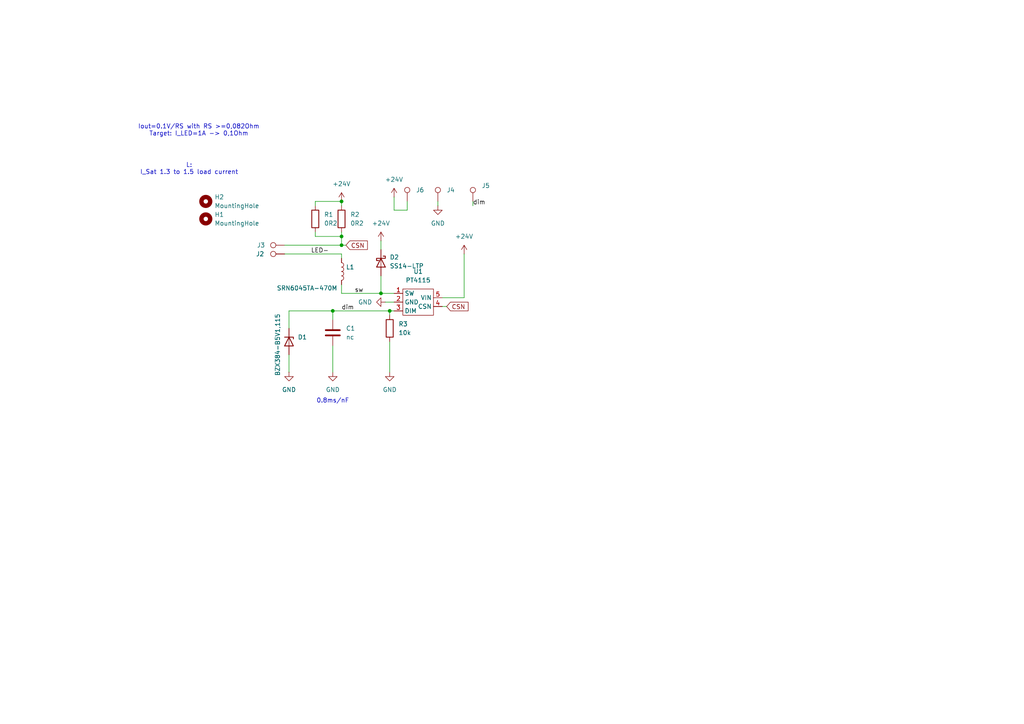
<source format=kicad_sch>
(kicad_sch
	(version 20231120)
	(generator "eeschema")
	(generator_version "8.0")
	(uuid "87f10cf2-52c0-425f-995f-616d6a96addb")
	(paper "A4")
	(lib_symbols
		(symbol "Device:C"
			(pin_numbers hide)
			(pin_names
				(offset 0.254)
			)
			(exclude_from_sim no)
			(in_bom yes)
			(on_board yes)
			(property "Reference" "C"
				(at 0.635 2.54 0)
				(effects
					(font
						(size 1.27 1.27)
					)
					(justify left)
				)
			)
			(property "Value" "C"
				(at 0.635 -2.54 0)
				(effects
					(font
						(size 1.27 1.27)
					)
					(justify left)
				)
			)
			(property "Footprint" ""
				(at 0.9652 -3.81 0)
				(effects
					(font
						(size 1.27 1.27)
					)
					(hide yes)
				)
			)
			(property "Datasheet" "~"
				(at 0 0 0)
				(effects
					(font
						(size 1.27 1.27)
					)
					(hide yes)
				)
			)
			(property "Description" "Unpolarized capacitor"
				(at 0 0 0)
				(effects
					(font
						(size 1.27 1.27)
					)
					(hide yes)
				)
			)
			(property "ki_keywords" "cap capacitor"
				(at 0 0 0)
				(effects
					(font
						(size 1.27 1.27)
					)
					(hide yes)
				)
			)
			(property "ki_fp_filters" "C_*"
				(at 0 0 0)
				(effects
					(font
						(size 1.27 1.27)
					)
					(hide yes)
				)
			)
			(symbol "C_0_1"
				(polyline
					(pts
						(xy -2.032 -0.762) (xy 2.032 -0.762)
					)
					(stroke
						(width 0.508)
						(type default)
					)
					(fill
						(type none)
					)
				)
				(polyline
					(pts
						(xy -2.032 0.762) (xy 2.032 0.762)
					)
					(stroke
						(width 0.508)
						(type default)
					)
					(fill
						(type none)
					)
				)
			)
			(symbol "C_1_1"
				(pin passive line
					(at 0 3.81 270)
					(length 2.794)
					(name "~"
						(effects
							(font
								(size 1.27 1.27)
							)
						)
					)
					(number "1"
						(effects
							(font
								(size 1.27 1.27)
							)
						)
					)
				)
				(pin passive line
					(at 0 -3.81 90)
					(length 2.794)
					(name "~"
						(effects
							(font
								(size 1.27 1.27)
							)
						)
					)
					(number "2"
						(effects
							(font
								(size 1.27 1.27)
							)
						)
					)
				)
			)
		)
		(symbol "Device:D_Schottky"
			(pin_numbers hide)
			(pin_names
				(offset 1.016) hide)
			(exclude_from_sim no)
			(in_bom yes)
			(on_board yes)
			(property "Reference" "D"
				(at 0 2.54 0)
				(effects
					(font
						(size 1.27 1.27)
					)
				)
			)
			(property "Value" "D_Schottky"
				(at 0 -2.54 0)
				(effects
					(font
						(size 1.27 1.27)
					)
				)
			)
			(property "Footprint" ""
				(at 0 0 0)
				(effects
					(font
						(size 1.27 1.27)
					)
					(hide yes)
				)
			)
			(property "Datasheet" "~"
				(at 0 0 0)
				(effects
					(font
						(size 1.27 1.27)
					)
					(hide yes)
				)
			)
			(property "Description" "Schottky diode"
				(at 0 0 0)
				(effects
					(font
						(size 1.27 1.27)
					)
					(hide yes)
				)
			)
			(property "ki_keywords" "diode Schottky"
				(at 0 0 0)
				(effects
					(font
						(size 1.27 1.27)
					)
					(hide yes)
				)
			)
			(property "ki_fp_filters" "TO-???* *_Diode_* *SingleDiode* D_*"
				(at 0 0 0)
				(effects
					(font
						(size 1.27 1.27)
					)
					(hide yes)
				)
			)
			(symbol "D_Schottky_0_1"
				(polyline
					(pts
						(xy 1.27 0) (xy -1.27 0)
					)
					(stroke
						(width 0)
						(type default)
					)
					(fill
						(type none)
					)
				)
				(polyline
					(pts
						(xy 1.27 1.27) (xy 1.27 -1.27) (xy -1.27 0) (xy 1.27 1.27)
					)
					(stroke
						(width 0.254)
						(type default)
					)
					(fill
						(type none)
					)
				)
				(polyline
					(pts
						(xy -1.905 0.635) (xy -1.905 1.27) (xy -1.27 1.27) (xy -1.27 -1.27) (xy -0.635 -1.27) (xy -0.635 -0.635)
					)
					(stroke
						(width 0.254)
						(type default)
					)
					(fill
						(type none)
					)
				)
			)
			(symbol "D_Schottky_1_1"
				(pin passive line
					(at -3.81 0 0)
					(length 2.54)
					(name "K"
						(effects
							(font
								(size 1.27 1.27)
							)
						)
					)
					(number "1"
						(effects
							(font
								(size 1.27 1.27)
							)
						)
					)
				)
				(pin passive line
					(at 3.81 0 180)
					(length 2.54)
					(name "A"
						(effects
							(font
								(size 1.27 1.27)
							)
						)
					)
					(number "2"
						(effects
							(font
								(size 1.27 1.27)
							)
						)
					)
				)
			)
		)
		(symbol "Device:D_Zener"
			(pin_numbers hide)
			(pin_names
				(offset 1.016) hide)
			(exclude_from_sim no)
			(in_bom yes)
			(on_board yes)
			(property "Reference" "D"
				(at 0 2.54 0)
				(effects
					(font
						(size 1.27 1.27)
					)
				)
			)
			(property "Value" "D_Zener"
				(at 0 -2.54 0)
				(effects
					(font
						(size 1.27 1.27)
					)
				)
			)
			(property "Footprint" ""
				(at 0 0 0)
				(effects
					(font
						(size 1.27 1.27)
					)
					(hide yes)
				)
			)
			(property "Datasheet" "~"
				(at 0 0 0)
				(effects
					(font
						(size 1.27 1.27)
					)
					(hide yes)
				)
			)
			(property "Description" "Zener diode"
				(at 0 0 0)
				(effects
					(font
						(size 1.27 1.27)
					)
					(hide yes)
				)
			)
			(property "ki_keywords" "diode"
				(at 0 0 0)
				(effects
					(font
						(size 1.27 1.27)
					)
					(hide yes)
				)
			)
			(property "ki_fp_filters" "TO-???* *_Diode_* *SingleDiode* D_*"
				(at 0 0 0)
				(effects
					(font
						(size 1.27 1.27)
					)
					(hide yes)
				)
			)
			(symbol "D_Zener_0_1"
				(polyline
					(pts
						(xy 1.27 0) (xy -1.27 0)
					)
					(stroke
						(width 0)
						(type default)
					)
					(fill
						(type none)
					)
				)
				(polyline
					(pts
						(xy -1.27 -1.27) (xy -1.27 1.27) (xy -0.762 1.27)
					)
					(stroke
						(width 0.254)
						(type default)
					)
					(fill
						(type none)
					)
				)
				(polyline
					(pts
						(xy 1.27 -1.27) (xy 1.27 1.27) (xy -1.27 0) (xy 1.27 -1.27)
					)
					(stroke
						(width 0.254)
						(type default)
					)
					(fill
						(type none)
					)
				)
			)
			(symbol "D_Zener_1_1"
				(pin passive line
					(at -3.81 0 0)
					(length 2.54)
					(name "K"
						(effects
							(font
								(size 1.27 1.27)
							)
						)
					)
					(number "1"
						(effects
							(font
								(size 1.27 1.27)
							)
						)
					)
				)
				(pin passive line
					(at 3.81 0 180)
					(length 2.54)
					(name "A"
						(effects
							(font
								(size 1.27 1.27)
							)
						)
					)
					(number "2"
						(effects
							(font
								(size 1.27 1.27)
							)
						)
					)
				)
			)
		)
		(symbol "Device:L"
			(pin_numbers hide)
			(pin_names
				(offset 1.016) hide)
			(exclude_from_sim no)
			(in_bom yes)
			(on_board yes)
			(property "Reference" "L"
				(at -1.27 0 90)
				(effects
					(font
						(size 1.27 1.27)
					)
				)
			)
			(property "Value" "L"
				(at 1.905 0 90)
				(effects
					(font
						(size 1.27 1.27)
					)
				)
			)
			(property "Footprint" ""
				(at 0 0 0)
				(effects
					(font
						(size 1.27 1.27)
					)
					(hide yes)
				)
			)
			(property "Datasheet" "~"
				(at 0 0 0)
				(effects
					(font
						(size 1.27 1.27)
					)
					(hide yes)
				)
			)
			(property "Description" "Inductor"
				(at 0 0 0)
				(effects
					(font
						(size 1.27 1.27)
					)
					(hide yes)
				)
			)
			(property "ki_keywords" "inductor choke coil reactor magnetic"
				(at 0 0 0)
				(effects
					(font
						(size 1.27 1.27)
					)
					(hide yes)
				)
			)
			(property "ki_fp_filters" "Choke_* *Coil* Inductor_* L_*"
				(at 0 0 0)
				(effects
					(font
						(size 1.27 1.27)
					)
					(hide yes)
				)
			)
			(symbol "L_0_1"
				(arc
					(start 0 -2.54)
					(mid 0.6323 -1.905)
					(end 0 -1.27)
					(stroke
						(width 0)
						(type default)
					)
					(fill
						(type none)
					)
				)
				(arc
					(start 0 -1.27)
					(mid 0.6323 -0.635)
					(end 0 0)
					(stroke
						(width 0)
						(type default)
					)
					(fill
						(type none)
					)
				)
				(arc
					(start 0 0)
					(mid 0.6323 0.635)
					(end 0 1.27)
					(stroke
						(width 0)
						(type default)
					)
					(fill
						(type none)
					)
				)
				(arc
					(start 0 1.27)
					(mid 0.6323 1.905)
					(end 0 2.54)
					(stroke
						(width 0)
						(type default)
					)
					(fill
						(type none)
					)
				)
			)
			(symbol "L_1_1"
				(pin passive line
					(at 0 3.81 270)
					(length 1.27)
					(name "1"
						(effects
							(font
								(size 1.27 1.27)
							)
						)
					)
					(number "1"
						(effects
							(font
								(size 1.27 1.27)
							)
						)
					)
				)
				(pin passive line
					(at 0 -3.81 90)
					(length 1.27)
					(name "2"
						(effects
							(font
								(size 1.27 1.27)
							)
						)
					)
					(number "2"
						(effects
							(font
								(size 1.27 1.27)
							)
						)
					)
				)
			)
		)
		(symbol "Device:R"
			(pin_numbers hide)
			(pin_names
				(offset 0)
			)
			(exclude_from_sim no)
			(in_bom yes)
			(on_board yes)
			(property "Reference" "R"
				(at 2.032 0 90)
				(effects
					(font
						(size 1.27 1.27)
					)
				)
			)
			(property "Value" "R"
				(at 0 0 90)
				(effects
					(font
						(size 1.27 1.27)
					)
				)
			)
			(property "Footprint" ""
				(at -1.778 0 90)
				(effects
					(font
						(size 1.27 1.27)
					)
					(hide yes)
				)
			)
			(property "Datasheet" "~"
				(at 0 0 0)
				(effects
					(font
						(size 1.27 1.27)
					)
					(hide yes)
				)
			)
			(property "Description" "Resistor"
				(at 0 0 0)
				(effects
					(font
						(size 1.27 1.27)
					)
					(hide yes)
				)
			)
			(property "ki_keywords" "R res resistor"
				(at 0 0 0)
				(effects
					(font
						(size 1.27 1.27)
					)
					(hide yes)
				)
			)
			(property "ki_fp_filters" "R_*"
				(at 0 0 0)
				(effects
					(font
						(size 1.27 1.27)
					)
					(hide yes)
				)
			)
			(symbol "R_0_1"
				(rectangle
					(start -1.016 -2.54)
					(end 1.016 2.54)
					(stroke
						(width 0.254)
						(type default)
					)
					(fill
						(type none)
					)
				)
			)
			(symbol "R_1_1"
				(pin passive line
					(at 0 3.81 270)
					(length 1.27)
					(name "~"
						(effects
							(font
								(size 1.27 1.27)
							)
						)
					)
					(number "1"
						(effects
							(font
								(size 1.27 1.27)
							)
						)
					)
				)
				(pin passive line
					(at 0 -3.81 90)
					(length 1.27)
					(name "~"
						(effects
							(font
								(size 1.27 1.27)
							)
						)
					)
					(number "2"
						(effects
							(font
								(size 1.27 1.27)
							)
						)
					)
				)
			)
		)
		(symbol "Mechanical:MountingHole"
			(pin_names
				(offset 1.016)
			)
			(exclude_from_sim no)
			(in_bom yes)
			(on_board yes)
			(property "Reference" "H"
				(at 0 5.08 0)
				(effects
					(font
						(size 1.27 1.27)
					)
				)
			)
			(property "Value" "MountingHole"
				(at 0 3.175 0)
				(effects
					(font
						(size 1.27 1.27)
					)
				)
			)
			(property "Footprint" ""
				(at 0 0 0)
				(effects
					(font
						(size 1.27 1.27)
					)
					(hide yes)
				)
			)
			(property "Datasheet" "~"
				(at 0 0 0)
				(effects
					(font
						(size 1.27 1.27)
					)
					(hide yes)
				)
			)
			(property "Description" "Mounting Hole without connection"
				(at 0 0 0)
				(effects
					(font
						(size 1.27 1.27)
					)
					(hide yes)
				)
			)
			(property "ki_keywords" "mounting hole"
				(at 0 0 0)
				(effects
					(font
						(size 1.27 1.27)
					)
					(hide yes)
				)
			)
			(property "ki_fp_filters" "MountingHole*"
				(at 0 0 0)
				(effects
					(font
						(size 1.27 1.27)
					)
					(hide yes)
				)
			)
			(symbol "MountingHole_0_1"
				(circle
					(center 0 0)
					(radius 1.27)
					(stroke
						(width 1.27)
						(type default)
					)
					(fill
						(type none)
					)
				)
			)
		)
		(symbol "ics_own:PT4115"
			(exclude_from_sim no)
			(in_bom yes)
			(on_board yes)
			(property "Reference" "U"
				(at 0 0 0)
				(effects
					(font
						(size 1.27 1.27)
					)
				)
			)
			(property "Value" ""
				(at 0 0 0)
				(effects
					(font
						(size 1.27 1.27)
					)
				)
			)
			(property "Footprint" "Package_TO_SOT_SMD:SOT-89-5_Handsoldering"
				(at 0 0 0)
				(effects
					(font
						(size 1.27 1.27)
					)
					(hide yes)
				)
			)
			(property "Datasheet" ""
				(at 0 0 0)
				(effects
					(font
						(size 1.27 1.27)
					)
					(hide yes)
				)
			)
			(property "Description" ""
				(at 0 0 0)
				(effects
					(font
						(size 1.27 1.27)
					)
					(hide yes)
				)
			)
			(symbol "PT4115_0_1"
				(rectangle
					(start -1.27 3.81)
					(end 7.62 -3.81)
					(stroke
						(width 0)
						(type default)
					)
					(fill
						(type none)
					)
				)
			)
			(symbol "PT4115_1_1"
				(pin input line
					(at -3.81 2.54 0)
					(length 2.54)
					(name "SW"
						(effects
							(font
								(size 1.27 1.27)
							)
						)
					)
					(number "1"
						(effects
							(font
								(size 1.27 1.27)
							)
						)
					)
				)
				(pin power_in line
					(at -3.81 0 0)
					(length 2.54)
					(name "GND"
						(effects
							(font
								(size 1.27 1.27)
							)
						)
					)
					(number "2"
						(effects
							(font
								(size 1.27 1.27)
							)
						)
					)
				)
				(pin input line
					(at -3.81 -2.54 0)
					(length 2.54)
					(name "DIM"
						(effects
							(font
								(size 1.27 1.27)
							)
						)
					)
					(number "3"
						(effects
							(font
								(size 1.27 1.27)
							)
						)
					)
				)
				(pin input line
					(at 10.16 -1.27 180)
					(length 2.54)
					(name "CSN"
						(effects
							(font
								(size 1.27 1.27)
							)
						)
					)
					(number "4"
						(effects
							(font
								(size 1.27 1.27)
							)
						)
					)
				)
				(pin power_in line
					(at 10.16 1.27 180)
					(length 2.54)
					(name "VIN"
						(effects
							(font
								(size 1.27 1.27)
							)
						)
					)
					(number "5"
						(effects
							(font
								(size 1.27 1.27)
							)
						)
					)
				)
			)
		)
		(symbol "me_misc:SolderPad"
			(pin_numbers hide)
			(pin_names
				(offset 0.762) hide)
			(exclude_from_sim no)
			(in_bom yes)
			(on_board yes)
			(property "Reference" "SP"
				(at 0 6.858 0)
				(effects
					(font
						(size 1.27 1.27)
					)
				)
			)
			(property "Value" "SolderPad"
				(at 0 5.08 0)
				(effects
					(font
						(size 1.27 1.27)
					)
				)
			)
			(property "Footprint" "me_misc:Solder_Pad_5x1.3mm"
				(at 5.08 0 0)
				(effects
					(font
						(size 1.27 1.27)
					)
					(hide yes)
				)
			)
			(property "Datasheet" "~"
				(at 5.08 0 0)
				(effects
					(font
						(size 1.27 1.27)
					)
					(hide yes)
				)
			)
			(property "Description" "test point"
				(at 0 0 0)
				(effects
					(font
						(size 1.27 1.27)
					)
					(hide yes)
				)
			)
			(property "ki_keywords" "test point tp"
				(at 0 0 0)
				(effects
					(font
						(size 1.27 1.27)
					)
					(hide yes)
				)
			)
			(property "ki_fp_filters" "Pin* Test*"
				(at 0 0 0)
				(effects
					(font
						(size 1.27 1.27)
					)
					(hide yes)
				)
			)
			(symbol "SolderPad_0_1"
				(circle
					(center 0 3.302)
					(radius 0.762)
					(stroke
						(width 0)
						(type default)
					)
					(fill
						(type none)
					)
				)
			)
			(symbol "SolderPad_1_1"
				(pin passive line
					(at 0 0 90)
					(length 2.54)
					(name "1"
						(effects
							(font
								(size 1.27 1.27)
							)
						)
					)
					(number "1"
						(effects
							(font
								(size 1.27 1.27)
							)
						)
					)
				)
			)
		)
		(symbol "power:+24V"
			(power)
			(pin_numbers hide)
			(pin_names
				(offset 0) hide)
			(exclude_from_sim no)
			(in_bom yes)
			(on_board yes)
			(property "Reference" "#PWR"
				(at 0 -3.81 0)
				(effects
					(font
						(size 1.27 1.27)
					)
					(hide yes)
				)
			)
			(property "Value" "+24V"
				(at 0 3.556 0)
				(effects
					(font
						(size 1.27 1.27)
					)
				)
			)
			(property "Footprint" ""
				(at 0 0 0)
				(effects
					(font
						(size 1.27 1.27)
					)
					(hide yes)
				)
			)
			(property "Datasheet" ""
				(at 0 0 0)
				(effects
					(font
						(size 1.27 1.27)
					)
					(hide yes)
				)
			)
			(property "Description" "Power symbol creates a global label with name \"+24V\""
				(at 0 0 0)
				(effects
					(font
						(size 1.27 1.27)
					)
					(hide yes)
				)
			)
			(property "ki_keywords" "global power"
				(at 0 0 0)
				(effects
					(font
						(size 1.27 1.27)
					)
					(hide yes)
				)
			)
			(symbol "+24V_0_1"
				(polyline
					(pts
						(xy -0.762 1.27) (xy 0 2.54)
					)
					(stroke
						(width 0)
						(type default)
					)
					(fill
						(type none)
					)
				)
				(polyline
					(pts
						(xy 0 0) (xy 0 2.54)
					)
					(stroke
						(width 0)
						(type default)
					)
					(fill
						(type none)
					)
				)
				(polyline
					(pts
						(xy 0 2.54) (xy 0.762 1.27)
					)
					(stroke
						(width 0)
						(type default)
					)
					(fill
						(type none)
					)
				)
			)
			(symbol "+24V_1_1"
				(pin power_in line
					(at 0 0 90)
					(length 0)
					(name "~"
						(effects
							(font
								(size 1.27 1.27)
							)
						)
					)
					(number "1"
						(effects
							(font
								(size 1.27 1.27)
							)
						)
					)
				)
			)
		)
		(symbol "power:GND"
			(power)
			(pin_numbers hide)
			(pin_names
				(offset 0) hide)
			(exclude_from_sim no)
			(in_bom yes)
			(on_board yes)
			(property "Reference" "#PWR"
				(at 0 -6.35 0)
				(effects
					(font
						(size 1.27 1.27)
					)
					(hide yes)
				)
			)
			(property "Value" "GND"
				(at 0 -3.81 0)
				(effects
					(font
						(size 1.27 1.27)
					)
				)
			)
			(property "Footprint" ""
				(at 0 0 0)
				(effects
					(font
						(size 1.27 1.27)
					)
					(hide yes)
				)
			)
			(property "Datasheet" ""
				(at 0 0 0)
				(effects
					(font
						(size 1.27 1.27)
					)
					(hide yes)
				)
			)
			(property "Description" "Power symbol creates a global label with name \"GND\" , ground"
				(at 0 0 0)
				(effects
					(font
						(size 1.27 1.27)
					)
					(hide yes)
				)
			)
			(property "ki_keywords" "global power"
				(at 0 0 0)
				(effects
					(font
						(size 1.27 1.27)
					)
					(hide yes)
				)
			)
			(symbol "GND_0_1"
				(polyline
					(pts
						(xy 0 0) (xy 0 -1.27) (xy 1.27 -1.27) (xy 0 -2.54) (xy -1.27 -1.27) (xy 0 -1.27)
					)
					(stroke
						(width 0)
						(type default)
					)
					(fill
						(type none)
					)
				)
			)
			(symbol "GND_1_1"
				(pin power_in line
					(at 0 0 270)
					(length 0)
					(name "~"
						(effects
							(font
								(size 1.27 1.27)
							)
						)
					)
					(number "1"
						(effects
							(font
								(size 1.27 1.27)
							)
						)
					)
				)
			)
		)
	)
	(junction
		(at 99.06 68.58)
		(diameter 0)
		(color 0 0 0 0)
		(uuid "5e6c5f55-3a88-42b5-9cbe-fef10b8c27da")
	)
	(junction
		(at 113.03 90.17)
		(diameter 0)
		(color 0 0 0 0)
		(uuid "90ae5e03-5490-486e-9c4a-e0493877640c")
	)
	(junction
		(at 99.06 71.12)
		(diameter 0)
		(color 0 0 0 0)
		(uuid "b866d31f-d4f5-4db2-a0ab-0a751d29fccf")
	)
	(junction
		(at 99.06 58.42)
		(diameter 0)
		(color 0 0 0 0)
		(uuid "da5957c3-9eb7-4475-bd25-986a6299f321")
	)
	(junction
		(at 110.49 85.09)
		(diameter 0)
		(color 0 0 0 0)
		(uuid "e57e37c5-0e2f-4cca-a316-80e0351a99a0")
	)
	(junction
		(at 96.52 90.17)
		(diameter 0)
		(color 0 0 0 0)
		(uuid "f199ada9-7a97-4bb5-854f-cc5bc5b3889d")
	)
	(wire
		(pts
			(xy 114.3 57.15) (xy 114.3 60.96)
		)
		(stroke
			(width 0)
			(type default)
		)
		(uuid "0052e177-f811-4956-b764-2c03735d3168")
	)
	(wire
		(pts
			(xy 91.44 59.69) (xy 91.44 58.42)
		)
		(stroke
			(width 0)
			(type default)
		)
		(uuid "0b54d066-4fb8-477e-b8a9-53f24406510e")
	)
	(wire
		(pts
			(xy 110.49 85.09) (xy 114.3 85.09)
		)
		(stroke
			(width 0)
			(type default)
		)
		(uuid "1b6f7599-5ace-4657-8464-3b318a117746")
	)
	(wire
		(pts
			(xy 134.62 86.36) (xy 134.62 73.66)
		)
		(stroke
			(width 0)
			(type default)
		)
		(uuid "2424dad5-6424-4074-a0f7-4cf737fe0742")
	)
	(wire
		(pts
			(xy 99.06 71.12) (xy 99.06 68.58)
		)
		(stroke
			(width 0)
			(type default)
		)
		(uuid "303a2814-178d-46c7-909b-0aca6aba1b44")
	)
	(wire
		(pts
			(xy 128.27 86.36) (xy 134.62 86.36)
		)
		(stroke
			(width 0)
			(type default)
		)
		(uuid "331bce72-3ac4-4d95-9d7f-63c99d273f8f")
	)
	(wire
		(pts
			(xy 110.49 69.85) (xy 110.49 72.39)
		)
		(stroke
			(width 0)
			(type default)
		)
		(uuid "3c76cb7a-2a17-47f9-8f97-bd5eb86306eb")
	)
	(wire
		(pts
			(xy 83.82 102.87) (xy 83.82 107.95)
		)
		(stroke
			(width 0)
			(type default)
		)
		(uuid "3cb51367-e66d-4456-8274-e4c5f92452fd")
	)
	(wire
		(pts
			(xy 110.49 80.01) (xy 110.49 85.09)
		)
		(stroke
			(width 0)
			(type default)
		)
		(uuid "4262c79f-dc1a-4c82-8c75-71b8ad434acd")
	)
	(wire
		(pts
			(xy 114.3 90.17) (xy 113.03 90.17)
		)
		(stroke
			(width 0)
			(type default)
		)
		(uuid "4c77d548-658d-470c-8f34-a34b8064a1c2")
	)
	(wire
		(pts
			(xy 99.06 85.09) (xy 110.49 85.09)
		)
		(stroke
			(width 0)
			(type default)
		)
		(uuid "561acbb8-ba03-4aac-af51-6d58bc1100a6")
	)
	(wire
		(pts
			(xy 82.55 73.66) (xy 99.06 73.66)
		)
		(stroke
			(width 0)
			(type default)
		)
		(uuid "571afd8e-62ff-4c62-83c4-8e7e748314bf")
	)
	(wire
		(pts
			(xy 99.06 58.42) (xy 99.06 59.69)
		)
		(stroke
			(width 0)
			(type default)
		)
		(uuid "57f7808d-18fd-49d2-be87-3a4ba387669e")
	)
	(wire
		(pts
			(xy 114.3 60.96) (xy 118.11 60.96)
		)
		(stroke
			(width 0)
			(type default)
		)
		(uuid "5c9b3ed1-3dba-470c-a776-04560466453e")
	)
	(wire
		(pts
			(xy 99.06 71.12) (xy 100.33 71.12)
		)
		(stroke
			(width 0)
			(type default)
		)
		(uuid "5f9b7ecd-0967-4b63-b63b-dd6f053679a3")
	)
	(wire
		(pts
			(xy 99.06 68.58) (xy 99.06 67.31)
		)
		(stroke
			(width 0)
			(type default)
		)
		(uuid "616f81ac-0379-49df-92de-4862c3eaa098")
	)
	(wire
		(pts
			(xy 82.55 71.12) (xy 99.06 71.12)
		)
		(stroke
			(width 0)
			(type default)
		)
		(uuid "6307a4e5-0f9a-4fac-91a9-e762f6426c8a")
	)
	(wire
		(pts
			(xy 96.52 90.17) (xy 96.52 92.71)
		)
		(stroke
			(width 0)
			(type default)
		)
		(uuid "635a1e47-03bb-4078-9f56-bb2e8eb42694")
	)
	(wire
		(pts
			(xy 83.82 90.17) (xy 96.52 90.17)
		)
		(stroke
			(width 0)
			(type default)
		)
		(uuid "663d0e70-b631-4c29-abbf-6c07a56ebf57")
	)
	(wire
		(pts
			(xy 128.27 88.9) (xy 129.54 88.9)
		)
		(stroke
			(width 0)
			(type default)
		)
		(uuid "71d95692-9877-4bbc-860f-d1e80b75822b")
	)
	(wire
		(pts
			(xy 99.06 73.66) (xy 99.06 74.93)
		)
		(stroke
			(width 0)
			(type default)
		)
		(uuid "8f47b3e1-6f16-4836-8a3d-b8d6f038e7b6")
	)
	(wire
		(pts
			(xy 111.76 87.63) (xy 114.3 87.63)
		)
		(stroke
			(width 0)
			(type default)
		)
		(uuid "93e268f7-ceab-410f-817e-1100fcb3832c")
	)
	(wire
		(pts
			(xy 83.82 95.25) (xy 83.82 90.17)
		)
		(stroke
			(width 0)
			(type default)
		)
		(uuid "ac86dfff-101f-4144-9b73-a978a99f1f73")
	)
	(wire
		(pts
			(xy 99.06 82.55) (xy 99.06 85.09)
		)
		(stroke
			(width 0)
			(type default)
		)
		(uuid "b0a7c103-197f-46bd-a967-3bda59a13017")
	)
	(wire
		(pts
			(xy 118.11 58.42) (xy 118.11 60.96)
		)
		(stroke
			(width 0)
			(type default)
		)
		(uuid "bd95408b-3781-4a68-a6cb-c6282539bd75")
	)
	(wire
		(pts
			(xy 137.16 58.42) (xy 137.16 59.69)
		)
		(stroke
			(width 0)
			(type default)
		)
		(uuid "c1179271-00ef-452d-b316-00c83e5eafed")
	)
	(wire
		(pts
			(xy 127 58.42) (xy 127 59.69)
		)
		(stroke
			(width 0)
			(type default)
		)
		(uuid "cda3cfb3-924e-4283-a5e8-a2a183593a91")
	)
	(wire
		(pts
			(xy 91.44 68.58) (xy 99.06 68.58)
		)
		(stroke
			(width 0)
			(type default)
		)
		(uuid "d0161f05-b748-4bf1-ae25-e37d086aebc1")
	)
	(wire
		(pts
			(xy 113.03 90.17) (xy 113.03 91.44)
		)
		(stroke
			(width 0)
			(type default)
		)
		(uuid "d45e847d-68a9-4ca4-83bd-ef36f756ea2c")
	)
	(wire
		(pts
			(xy 96.52 100.33) (xy 96.52 107.95)
		)
		(stroke
			(width 0)
			(type default)
		)
		(uuid "d4c4aa5d-14ea-40a4-a625-881fd9888704")
	)
	(wire
		(pts
			(xy 113.03 99.06) (xy 113.03 107.95)
		)
		(stroke
			(width 0)
			(type default)
		)
		(uuid "df9c49e0-7ba5-43cc-bdcd-d610c537e5eb")
	)
	(wire
		(pts
			(xy 91.44 58.42) (xy 99.06 58.42)
		)
		(stroke
			(width 0)
			(type default)
		)
		(uuid "ee353102-01cf-4327-9b14-665aecebd97c")
	)
	(wire
		(pts
			(xy 91.44 67.31) (xy 91.44 68.58)
		)
		(stroke
			(width 0)
			(type default)
		)
		(uuid "ef8fdc23-7960-4975-800e-dba4c410edfa")
	)
	(wire
		(pts
			(xy 96.52 90.17) (xy 113.03 90.17)
		)
		(stroke
			(width 0)
			(type default)
		)
		(uuid "fb6b2fcd-e107-472f-9641-7e26b2005cdb")
	)
	(text "Iout=0.1V/RS with RS >=0,082Ohm\nTarget: I_LED=1A -> 0,1Ohm"
		(exclude_from_sim no)
		(at 57.658 37.846 0)
		(effects
			(font
				(size 1.27 1.27)
			)
		)
		(uuid "122e791b-153f-48a5-881a-560d0aaad329")
	)
	(text "L:\nI_Sat 1.3 to 1.5 load current"
		(exclude_from_sim no)
		(at 54.864 49.022 0)
		(effects
			(font
				(size 1.27 1.27)
			)
		)
		(uuid "38d9e2cf-6014-47ac-a3b3-93c81bd61430")
	)
	(text "0.8ms/nF"
		(exclude_from_sim no)
		(at 96.52 116.332 0)
		(effects
			(font
				(size 1.27 1.27)
			)
		)
		(uuid "88ed2ece-ca4f-45cd-9133-e1b56c3af741")
	)
	(label "dim"
		(at 99.06 90.17 0)
		(fields_autoplaced yes)
		(effects
			(font
				(size 1.27 1.27)
			)
			(justify left bottom)
		)
		(uuid "48e5060e-2d6b-4e87-9316-534d6142ef55")
	)
	(label "sw"
		(at 102.87 85.09 0)
		(fields_autoplaced yes)
		(effects
			(font
				(size 1.27 1.27)
			)
			(justify left bottom)
		)
		(uuid "5546eb88-937d-4f55-9507-413b83b460c0")
	)
	(label "dim"
		(at 137.16 59.69 0)
		(fields_autoplaced yes)
		(effects
			(font
				(size 1.27 1.27)
			)
			(justify left bottom)
		)
		(uuid "5a82d3a2-d554-404b-8754-bc6fa4867faa")
	)
	(label "LED-"
		(at 90.17 73.66 0)
		(fields_autoplaced yes)
		(effects
			(font
				(size 1.27 1.27)
			)
			(justify left bottom)
		)
		(uuid "e78c6e2f-b1b3-4df6-9a2d-a985762015c7")
	)
	(global_label "CSN"
		(shape input)
		(at 100.33 71.12 0)
		(fields_autoplaced yes)
		(effects
			(font
				(size 1.27 1.27)
			)
			(justify left)
		)
		(uuid "b411698a-eaf3-477f-905d-2dbc6730baa1")
		(property "Intersheetrefs" "${INTERSHEET_REFS}"
			(at 107.1252 71.12 0)
			(effects
				(font
					(size 1.27 1.27)
				)
				(justify left)
				(hide yes)
			)
		)
	)
	(global_label "CSN"
		(shape input)
		(at 129.54 88.9 0)
		(fields_autoplaced yes)
		(effects
			(font
				(size 1.27 1.27)
			)
			(justify left)
		)
		(uuid "e553a53e-ebab-468b-8afd-e685fb53eec0")
		(property "Intersheetrefs" "${INTERSHEET_REFS}"
			(at 136.3352 88.9 0)
			(effects
				(font
					(size 1.27 1.27)
				)
				(justify left)
				(hide yes)
			)
		)
	)
	(symbol
		(lib_id "Device:D_Schottky")
		(at 110.49 76.2 270)
		(unit 1)
		(exclude_from_sim no)
		(in_bom yes)
		(on_board yes)
		(dnp no)
		(fields_autoplaced yes)
		(uuid "0cd27e0a-923b-4373-9cfd-14af35b43288")
		(property "Reference" "D2"
			(at 113.03 74.6124 90)
			(effects
				(font
					(size 1.27 1.27)
				)
				(justify left)
			)
		)
		(property "Value" "SS14-LTP"
			(at 113.03 77.1524 90)
			(effects
				(font
					(size 1.27 1.27)
				)
				(justify left)
			)
		)
		(property "Footprint" "Diode_SMD:D_SMA_Handsoldering"
			(at 110.49 76.2 0)
			(effects
				(font
					(size 1.27 1.27)
				)
				(hide yes)
			)
		)
		(property "Datasheet" "~"
			(at 110.49 76.2 0)
			(effects
				(font
					(size 1.27 1.27)
				)
				(hide yes)
			)
		)
		(property "Description" "Schottky diode"
			(at 110.49 76.2 0)
			(effects
				(font
					(size 1.27 1.27)
				)
				(hide yes)
			)
		)
		(property "Mouser" "833-SS14-LTP"
			(at 110.49 76.2 0)
			(effects
				(font
					(size 1.27 1.27)
				)
				(hide yes)
			)
		)
		(pin "1"
			(uuid "eb9cf7c3-79b0-455d-9410-acd1229c6928")
		)
		(pin "2"
			(uuid "e004ae4f-3f46-4868-9e82-aff5766aab7a")
		)
		(instances
			(project "PT4115-Miniboard"
				(path "/87f10cf2-52c0-425f-995f-616d6a96addb"
					(reference "D2")
					(unit 1)
				)
			)
		)
	)
	(symbol
		(lib_id "ics_own:PT4115")
		(at 118.11 87.63 0)
		(unit 1)
		(exclude_from_sim no)
		(in_bom yes)
		(on_board yes)
		(dnp no)
		(fields_autoplaced yes)
		(uuid "13febd50-31a7-4df6-98e1-48788fbd5006")
		(property "Reference" "U1"
			(at 121.285 78.74 0)
			(effects
				(font
					(size 1.27 1.27)
				)
			)
		)
		(property "Value" "PT4115"
			(at 121.285 81.28 0)
			(effects
				(font
					(size 1.27 1.27)
				)
			)
		)
		(property "Footprint" "Package_TO_SOT_SMD:SOT-89-5_Handsoldering"
			(at 118.11 87.63 0)
			(effects
				(font
					(size 1.27 1.27)
				)
				(hide yes)
			)
		)
		(property "Datasheet" ""
			(at 118.11 87.63 0)
			(effects
				(font
					(size 1.27 1.27)
				)
				(hide yes)
			)
		)
		(property "Description" ""
			(at 118.11 87.63 0)
			(effects
				(font
					(size 1.27 1.27)
				)
				(hide yes)
			)
		)
		(property "Mouser" ""
			(at 118.11 87.63 0)
			(effects
				(font
					(size 1.27 1.27)
				)
				(hide yes)
			)
		)
		(pin "4"
			(uuid "cc50452d-e8e9-45f7-aff3-cb7c89d3e4fa")
		)
		(pin "3"
			(uuid "b13c9bf5-2989-4334-9f4c-63daa495dd8f")
		)
		(pin "1"
			(uuid "1843a331-7b06-4124-8f13-4cc725431507")
		)
		(pin "5"
			(uuid "8bc58895-edcc-4edc-bc08-c3d77fc7d4cb")
		)
		(pin "2"
			(uuid "c3f4b0b8-8090-4aa9-80c1-6dd9497187d8")
		)
		(instances
			(project "PT4115-Miniboard"
				(path "/87f10cf2-52c0-425f-995f-616d6a96addb"
					(reference "U1")
					(unit 1)
				)
			)
		)
	)
	(symbol
		(lib_id "Device:L")
		(at 99.06 78.74 0)
		(unit 1)
		(exclude_from_sim no)
		(in_bom yes)
		(on_board yes)
		(dnp no)
		(uuid "39eee6d7-1cba-4e1c-9a57-12c610f00957")
		(property "Reference" "L1"
			(at 100.33 77.4699 0)
			(effects
				(font
					(size 1.27 1.27)
				)
				(justify left)
			)
		)
		(property "Value" "SRN6045TA-470M"
			(at 80.264 83.566 0)
			(effects
				(font
					(size 1.27 1.27)
				)
				(justify left)
			)
		)
		(property "Footprint" "Inductor_SMD:L_Bourns_SRN6045TA"
			(at 99.06 78.74 0)
			(effects
				(font
					(size 1.27 1.27)
				)
				(hide yes)
			)
		)
		(property "Datasheet" "~"
			(at 99.06 78.74 0)
			(effects
				(font
					(size 1.27 1.27)
				)
				(hide yes)
			)
		)
		(property "Description" "Inductor"
			(at 99.06 78.74 0)
			(effects
				(font
					(size 1.27 1.27)
				)
				(hide yes)
			)
		)
		(property "Mouser" "SRN6045TA-470M"
			(at 99.06 78.74 0)
			(effects
				(font
					(size 1.27 1.27)
				)
				(hide yes)
			)
		)
		(pin "2"
			(uuid "d55026f6-078c-401d-85e0-0c27ea74a244")
		)
		(pin "1"
			(uuid "1f229d1f-edbc-484c-a461-3a9b9fbbae34")
		)
		(instances
			(project "PT4115-Miniboard"
				(path "/87f10cf2-52c0-425f-995f-616d6a96addb"
					(reference "L1")
					(unit 1)
				)
			)
		)
	)
	(symbol
		(lib_id "Device:C")
		(at 96.52 96.52 0)
		(unit 1)
		(exclude_from_sim no)
		(in_bom yes)
		(on_board yes)
		(dnp no)
		(fields_autoplaced yes)
		(uuid "4e8e26e2-51e2-4dde-86fb-c7d38ffd081a")
		(property "Reference" "C1"
			(at 100.33 95.2499 0)
			(effects
				(font
					(size 1.27 1.27)
				)
				(justify left)
			)
		)
		(property "Value" "nc"
			(at 100.33 97.7899 0)
			(effects
				(font
					(size 1.27 1.27)
				)
				(justify left)
			)
		)
		(property "Footprint" "Capacitor_SMD:C_0805_2012Metric"
			(at 97.4852 100.33 0)
			(effects
				(font
					(size 1.27 1.27)
				)
				(hide yes)
			)
		)
		(property "Datasheet" "~"
			(at 96.52 96.52 0)
			(effects
				(font
					(size 1.27 1.27)
				)
				(hide yes)
			)
		)
		(property "Description" "Unpolarized capacitor"
			(at 96.52 96.52 0)
			(effects
				(font
					(size 1.27 1.27)
				)
				(hide yes)
			)
		)
		(property "Mouser" ""
			(at 96.52 96.52 0)
			(effects
				(font
					(size 1.27 1.27)
				)
				(hide yes)
			)
		)
		(pin "2"
			(uuid "b78417fd-84ff-4f64-989d-7baabbcf93eb")
		)
		(pin "1"
			(uuid "031fe2d3-bbf7-41b7-95f1-78620a464537")
		)
		(instances
			(project "PT4115-Miniboard"
				(path "/87f10cf2-52c0-425f-995f-616d6a96addb"
					(reference "C1")
					(unit 1)
				)
			)
		)
	)
	(symbol
		(lib_id "power:+24V")
		(at 99.06 58.42 0)
		(unit 1)
		(exclude_from_sim no)
		(in_bom yes)
		(on_board yes)
		(dnp no)
		(fields_autoplaced yes)
		(uuid "4f3c655f-1cf3-4588-9ded-c3f67010cf1c")
		(property "Reference" "#PWR03"
			(at 99.06 62.23 0)
			(effects
				(font
					(size 1.27 1.27)
				)
				(hide yes)
			)
		)
		(property "Value" "+24V"
			(at 99.06 53.34 0)
			(effects
				(font
					(size 1.27 1.27)
				)
			)
		)
		(property "Footprint" ""
			(at 99.06 58.42 0)
			(effects
				(font
					(size 1.27 1.27)
				)
				(hide yes)
			)
		)
		(property "Datasheet" ""
			(at 99.06 58.42 0)
			(effects
				(font
					(size 1.27 1.27)
				)
				(hide yes)
			)
		)
		(property "Description" "Power symbol creates a global label with name \"+24V\""
			(at 99.06 58.42 0)
			(effects
				(font
					(size 1.27 1.27)
				)
				(hide yes)
			)
		)
		(pin "1"
			(uuid "07f44f18-e816-42a3-8ab4-718df671f7e8")
		)
		(instances
			(project "PT4115-Miniboard"
				(path "/87f10cf2-52c0-425f-995f-616d6a96addb"
					(reference "#PWR03")
					(unit 1)
				)
			)
		)
	)
	(symbol
		(lib_id "me_misc:SolderPad")
		(at 118.11 58.42 0)
		(unit 1)
		(exclude_from_sim no)
		(in_bom yes)
		(on_board yes)
		(dnp no)
		(fields_autoplaced yes)
		(uuid "54b43011-c2cd-4922-ae0f-805f946a4516")
		(property "Reference" "J6"
			(at 120.65 55.1179 0)
			(effects
				(font
					(size 1.27 1.27)
				)
				(justify left)
			)
		)
		(property "Value" "TestPoint"
			(at 120.65 56.3879 0)
			(effects
				(font
					(size 1.27 1.27)
				)
				(justify left)
				(hide yes)
			)
		)
		(property "Footprint" "me_misc:Solder_Pad_5x1.3mm"
			(at 123.19 58.42 0)
			(effects
				(font
					(size 1.27 1.27)
				)
				(hide yes)
			)
		)
		(property "Datasheet" "~"
			(at 123.19 58.42 0)
			(effects
				(font
					(size 1.27 1.27)
				)
				(hide yes)
			)
		)
		(property "Description" "test point"
			(at 118.11 58.42 0)
			(effects
				(font
					(size 1.27 1.27)
				)
				(hide yes)
			)
		)
		(property "Mouser" ""
			(at 118.11 58.42 0)
			(effects
				(font
					(size 1.27 1.27)
				)
				(hide yes)
			)
		)
		(pin "1"
			(uuid "b13fad88-4040-4d10-ab02-6880d4c574ff")
		)
		(instances
			(project "PT4115-Miniboard"
				(path "/87f10cf2-52c0-425f-995f-616d6a96addb"
					(reference "J6")
					(unit 1)
				)
			)
		)
	)
	(symbol
		(lib_id "Mechanical:MountingHole")
		(at 59.69 63.5 0)
		(unit 1)
		(exclude_from_sim no)
		(in_bom yes)
		(on_board yes)
		(dnp no)
		(fields_autoplaced yes)
		(uuid "618be039-a0e6-4ca1-bf99-2975c2169b35")
		(property "Reference" "H1"
			(at 62.23 62.2299 0)
			(effects
				(font
					(size 1.27 1.27)
				)
				(justify left)
			)
		)
		(property "Value" "MountingHole"
			(at 62.23 64.7699 0)
			(effects
				(font
					(size 1.27 1.27)
				)
				(justify left)
			)
		)
		(property "Footprint" "MountingHole:MountingHole_3.2mm_M3_ISO14580"
			(at 59.69 63.5 0)
			(effects
				(font
					(size 1.27 1.27)
				)
				(hide yes)
			)
		)
		(property "Datasheet" "~"
			(at 59.69 63.5 0)
			(effects
				(font
					(size 1.27 1.27)
				)
				(hide yes)
			)
		)
		(property "Description" "Mounting Hole without connection"
			(at 59.69 63.5 0)
			(effects
				(font
					(size 1.27 1.27)
				)
				(hide yes)
			)
		)
		(property "Mouser" ""
			(at 59.69 63.5 0)
			(effects
				(font
					(size 1.27 1.27)
				)
				(hide yes)
			)
		)
		(instances
			(project "PT4115-Miniboard"
				(path "/87f10cf2-52c0-425f-995f-616d6a96addb"
					(reference "H1")
					(unit 1)
				)
			)
		)
	)
	(symbol
		(lib_id "Device:R")
		(at 99.06 63.5 0)
		(unit 1)
		(exclude_from_sim no)
		(in_bom yes)
		(on_board yes)
		(dnp no)
		(fields_autoplaced yes)
		(uuid "61f1e9d9-5cfc-4c4b-8642-c759b3fbc585")
		(property "Reference" "R2"
			(at 101.6 62.2299 0)
			(effects
				(font
					(size 1.27 1.27)
				)
				(justify left)
			)
		)
		(property "Value" "0R2"
			(at 101.6 64.7699 0)
			(effects
				(font
					(size 1.27 1.27)
				)
				(justify left)
			)
		)
		(property "Footprint" "Resistor_SMD:R_1210_3225Metric"
			(at 97.282 63.5 90)
			(effects
				(font
					(size 1.27 1.27)
				)
				(hide yes)
			)
		)
		(property "Datasheet" "~"
			(at 99.06 63.5 0)
			(effects
				(font
					(size 1.27 1.27)
				)
				(hide yes)
			)
		)
		(property "Description" "Resistor"
			(at 99.06 63.5 0)
			(effects
				(font
					(size 1.27 1.27)
				)
				(hide yes)
			)
		)
		(property "Mouser" "RCWE1210R200FKEA"
			(at 99.06 63.5 0)
			(effects
				(font
					(size 1.27 1.27)
				)
				(hide yes)
			)
		)
		(pin "2"
			(uuid "d9fe2ed2-8abb-41ce-8406-f92dde7e28aa")
		)
		(pin "1"
			(uuid "fdc481f9-fd7e-48aa-ac43-c034255e2056")
		)
		(instances
			(project "PT4115-Miniboard"
				(path "/87f10cf2-52c0-425f-995f-616d6a96addb"
					(reference "R2")
					(unit 1)
				)
			)
		)
	)
	(symbol
		(lib_id "me_misc:SolderPad")
		(at 127 58.42 0)
		(unit 1)
		(exclude_from_sim no)
		(in_bom yes)
		(on_board yes)
		(dnp no)
		(fields_autoplaced yes)
		(uuid "6375abab-0cfc-4f8a-ac54-a2a6a806fe87")
		(property "Reference" "J4"
			(at 129.54 55.1179 0)
			(effects
				(font
					(size 1.27 1.27)
				)
				(justify left)
			)
		)
		(property "Value" "TestPoint"
			(at 129.54 56.3879 0)
			(effects
				(font
					(size 1.27 1.27)
				)
				(justify left)
				(hide yes)
			)
		)
		(property "Footprint" "me_misc:Solder_Pad_5x1.3mm"
			(at 132.08 58.42 0)
			(effects
				(font
					(size 1.27 1.27)
				)
				(hide yes)
			)
		)
		(property "Datasheet" "~"
			(at 132.08 58.42 0)
			(effects
				(font
					(size 1.27 1.27)
				)
				(hide yes)
			)
		)
		(property "Description" "test point"
			(at 127 58.42 0)
			(effects
				(font
					(size 1.27 1.27)
				)
				(hide yes)
			)
		)
		(property "Mouser" ""
			(at 127 58.42 0)
			(effects
				(font
					(size 1.27 1.27)
				)
				(hide yes)
			)
		)
		(pin "1"
			(uuid "232e784b-2565-430e-85d2-d4f4c1cb08ee")
		)
		(instances
			(project "PT4115-Miniboard"
				(path "/87f10cf2-52c0-425f-995f-616d6a96addb"
					(reference "J4")
					(unit 1)
				)
			)
		)
	)
	(symbol
		(lib_id "Device:R")
		(at 113.03 95.25 0)
		(unit 1)
		(exclude_from_sim no)
		(in_bom yes)
		(on_board yes)
		(dnp no)
		(fields_autoplaced yes)
		(uuid "6428a100-511d-4212-9ff1-eb9a1b383ab0")
		(property "Reference" "R3"
			(at 115.57 93.9799 0)
			(effects
				(font
					(size 1.27 1.27)
				)
				(justify left)
			)
		)
		(property "Value" "10k"
			(at 115.57 96.5199 0)
			(effects
				(font
					(size 1.27 1.27)
				)
				(justify left)
			)
		)
		(property "Footprint" "Resistor_SMD:R_0805_2012Metric"
			(at 111.252 95.25 90)
			(effects
				(font
					(size 1.27 1.27)
				)
				(hide yes)
			)
		)
		(property "Datasheet" "~"
			(at 113.03 95.25 0)
			(effects
				(font
					(size 1.27 1.27)
				)
				(hide yes)
			)
		)
		(property "Description" "Resistor"
			(at 113.03 95.25 0)
			(effects
				(font
					(size 1.27 1.27)
				)
				(hide yes)
			)
		)
		(property "Mouser" "RC0805FR-0710KL"
			(at 113.03 95.25 0)
			(effects
				(font
					(size 1.27 1.27)
				)
				(hide yes)
			)
		)
		(pin "1"
			(uuid "66b05352-458e-4347-8996-2a365ba76c82")
		)
		(pin "2"
			(uuid "93ef06aa-ed5c-4227-853e-91d8b20f12f8")
		)
		(instances
			(project "PT4115-Miniboard"
				(path "/87f10cf2-52c0-425f-995f-616d6a96addb"
					(reference "R3")
					(unit 1)
				)
			)
		)
	)
	(symbol
		(lib_id "power:+24V")
		(at 114.3 57.15 0)
		(unit 1)
		(exclude_from_sim no)
		(in_bom yes)
		(on_board yes)
		(dnp no)
		(fields_autoplaced yes)
		(uuid "64e35e63-0841-4854-bea8-d586aa22f59a")
		(property "Reference" "#PWR08"
			(at 114.3 60.96 0)
			(effects
				(font
					(size 1.27 1.27)
				)
				(hide yes)
			)
		)
		(property "Value" "+24V"
			(at 114.3 52.07 0)
			(effects
				(font
					(size 1.27 1.27)
				)
			)
		)
		(property "Footprint" ""
			(at 114.3 57.15 0)
			(effects
				(font
					(size 1.27 1.27)
				)
				(hide yes)
			)
		)
		(property "Datasheet" ""
			(at 114.3 57.15 0)
			(effects
				(font
					(size 1.27 1.27)
				)
				(hide yes)
			)
		)
		(property "Description" "Power symbol creates a global label with name \"+24V\""
			(at 114.3 57.15 0)
			(effects
				(font
					(size 1.27 1.27)
				)
				(hide yes)
			)
		)
		(pin "1"
			(uuid "5793c4db-d13c-477d-be13-941326d20a74")
		)
		(instances
			(project "PT4115-Miniboard"
				(path "/87f10cf2-52c0-425f-995f-616d6a96addb"
					(reference "#PWR08")
					(unit 1)
				)
			)
		)
	)
	(symbol
		(lib_id "me_misc:SolderPad")
		(at 82.55 71.12 90)
		(unit 1)
		(exclude_from_sim no)
		(in_bom yes)
		(on_board yes)
		(dnp no)
		(uuid "662a3e18-8566-4bfb-ba56-37752a62b701")
		(property "Reference" "J3"
			(at 75.692 71.12 90)
			(effects
				(font
					(size 1.27 1.27)
				)
			)
		)
		(property "Value" "TestPoint"
			(at 79.248 68.58 90)
			(effects
				(font
					(size 1.27 1.27)
				)
				(hide yes)
			)
		)
		(property "Footprint" "me_misc:Solder_Pad_5x1.3mm"
			(at 82.55 66.04 0)
			(effects
				(font
					(size 1.27 1.27)
				)
				(hide yes)
			)
		)
		(property "Datasheet" "~"
			(at 82.55 66.04 0)
			(effects
				(font
					(size 1.27 1.27)
				)
				(hide yes)
			)
		)
		(property "Description" "test point"
			(at 82.55 71.12 0)
			(effects
				(font
					(size 1.27 1.27)
				)
				(hide yes)
			)
		)
		(property "Mouser" ""
			(at 82.55 71.12 0)
			(effects
				(font
					(size 1.27 1.27)
				)
				(hide yes)
			)
		)
		(pin "1"
			(uuid "7d71253f-75bc-4af8-91ec-c2a00d4c5fd9")
		)
		(instances
			(project "PT4115-Miniboard"
				(path "/87f10cf2-52c0-425f-995f-616d6a96addb"
					(reference "J3")
					(unit 1)
				)
			)
		)
	)
	(symbol
		(lib_id "power:GND")
		(at 127 59.69 0)
		(unit 1)
		(exclude_from_sim no)
		(in_bom yes)
		(on_board yes)
		(dnp no)
		(fields_autoplaced yes)
		(uuid "7a89822d-4bf1-4ace-8ecf-5c5c7a374c65")
		(property "Reference" "#PWR09"
			(at 127 66.04 0)
			(effects
				(font
					(size 1.27 1.27)
				)
				(hide yes)
			)
		)
		(property "Value" "GND"
			(at 127 64.77 0)
			(effects
				(font
					(size 1.27 1.27)
				)
			)
		)
		(property "Footprint" ""
			(at 127 59.69 0)
			(effects
				(font
					(size 1.27 1.27)
				)
				(hide yes)
			)
		)
		(property "Datasheet" ""
			(at 127 59.69 0)
			(effects
				(font
					(size 1.27 1.27)
				)
				(hide yes)
			)
		)
		(property "Description" "Power symbol creates a global label with name \"GND\" , ground"
			(at 127 59.69 0)
			(effects
				(font
					(size 1.27 1.27)
				)
				(hide yes)
			)
		)
		(pin "1"
			(uuid "cae55b60-e1cf-471a-abe5-c6cea63dc23c")
		)
		(instances
			(project "PT4115-Miniboard"
				(path "/87f10cf2-52c0-425f-995f-616d6a96addb"
					(reference "#PWR09")
					(unit 1)
				)
			)
		)
	)
	(symbol
		(lib_id "power:+24V")
		(at 110.49 69.85 0)
		(unit 1)
		(exclude_from_sim no)
		(in_bom yes)
		(on_board yes)
		(dnp no)
		(fields_autoplaced yes)
		(uuid "8a793f08-1969-40e4-b62b-d4205249a8de")
		(property "Reference" "#PWR04"
			(at 110.49 73.66 0)
			(effects
				(font
					(size 1.27 1.27)
				)
				(hide yes)
			)
		)
		(property "Value" "+24V"
			(at 110.49 64.77 0)
			(effects
				(font
					(size 1.27 1.27)
				)
			)
		)
		(property "Footprint" ""
			(at 110.49 69.85 0)
			(effects
				(font
					(size 1.27 1.27)
				)
				(hide yes)
			)
		)
		(property "Datasheet" ""
			(at 110.49 69.85 0)
			(effects
				(font
					(size 1.27 1.27)
				)
				(hide yes)
			)
		)
		(property "Description" "Power symbol creates a global label with name \"+24V\""
			(at 110.49 69.85 0)
			(effects
				(font
					(size 1.27 1.27)
				)
				(hide yes)
			)
		)
		(pin "1"
			(uuid "eed509c0-2d88-4902-8c7a-58e88626e75a")
		)
		(instances
			(project "PT4115-Miniboard"
				(path "/87f10cf2-52c0-425f-995f-616d6a96addb"
					(reference "#PWR04")
					(unit 1)
				)
			)
		)
	)
	(symbol
		(lib_id "power:+24V")
		(at 134.62 73.66 0)
		(unit 1)
		(exclude_from_sim no)
		(in_bom yes)
		(on_board yes)
		(dnp no)
		(fields_autoplaced yes)
		(uuid "a2d79e53-c285-4cb4-bf53-9cb53bbfe37b")
		(property "Reference" "#PWR07"
			(at 134.62 77.47 0)
			(effects
				(font
					(size 1.27 1.27)
				)
				(hide yes)
			)
		)
		(property "Value" "+24V"
			(at 134.62 68.58 0)
			(effects
				(font
					(size 1.27 1.27)
				)
			)
		)
		(property "Footprint" ""
			(at 134.62 73.66 0)
			(effects
				(font
					(size 1.27 1.27)
				)
				(hide yes)
			)
		)
		(property "Datasheet" ""
			(at 134.62 73.66 0)
			(effects
				(font
					(size 1.27 1.27)
				)
				(hide yes)
			)
		)
		(property "Description" "Power symbol creates a global label with name \"+24V\""
			(at 134.62 73.66 0)
			(effects
				(font
					(size 1.27 1.27)
				)
				(hide yes)
			)
		)
		(pin "1"
			(uuid "eb5d98d9-a94e-4e1d-a8c9-bda96934a5c4")
		)
		(instances
			(project "PT4115-Miniboard"
				(path "/87f10cf2-52c0-425f-995f-616d6a96addb"
					(reference "#PWR07")
					(unit 1)
				)
			)
		)
	)
	(symbol
		(lib_id "power:GND")
		(at 113.03 107.95 0)
		(unit 1)
		(exclude_from_sim no)
		(in_bom yes)
		(on_board yes)
		(dnp no)
		(fields_autoplaced yes)
		(uuid "bb87cc0f-da9e-4306-ae41-ace28b651c28")
		(property "Reference" "#PWR06"
			(at 113.03 114.3 0)
			(effects
				(font
					(size 1.27 1.27)
				)
				(hide yes)
			)
		)
		(property "Value" "GND"
			(at 113.03 113.03 0)
			(effects
				(font
					(size 1.27 1.27)
				)
			)
		)
		(property "Footprint" ""
			(at 113.03 107.95 0)
			(effects
				(font
					(size 1.27 1.27)
				)
				(hide yes)
			)
		)
		(property "Datasheet" ""
			(at 113.03 107.95 0)
			(effects
				(font
					(size 1.27 1.27)
				)
				(hide yes)
			)
		)
		(property "Description" "Power symbol creates a global label with name \"GND\" , ground"
			(at 113.03 107.95 0)
			(effects
				(font
					(size 1.27 1.27)
				)
				(hide yes)
			)
		)
		(pin "1"
			(uuid "ad0f911e-33dc-44e2-a939-1e5d5b3f41e7")
		)
		(instances
			(project "PT4115-Miniboard"
				(path "/87f10cf2-52c0-425f-995f-616d6a96addb"
					(reference "#PWR06")
					(unit 1)
				)
			)
		)
	)
	(symbol
		(lib_id "me_misc:SolderPad")
		(at 82.55 73.66 90)
		(unit 1)
		(exclude_from_sim no)
		(in_bom yes)
		(on_board yes)
		(dnp no)
		(uuid "bf1dc35f-972b-4cb3-aa07-9ce9d414e3fa")
		(property "Reference" "J2"
			(at 75.438 73.66 90)
			(effects
				(font
					(size 1.27 1.27)
				)
			)
		)
		(property "Value" "TestPoint"
			(at 85.344 75.946 90)
			(effects
				(font
					(size 1.27 1.27)
				)
				(hide yes)
			)
		)
		(property "Footprint" "me_misc:Solder_Pad_5x1.3mm"
			(at 82.55 68.58 0)
			(effects
				(font
					(size 1.27 1.27)
				)
				(hide yes)
			)
		)
		(property "Datasheet" "~"
			(at 82.55 68.58 0)
			(effects
				(font
					(size 1.27 1.27)
				)
				(hide yes)
			)
		)
		(property "Description" "test point"
			(at 82.55 73.66 0)
			(effects
				(font
					(size 1.27 1.27)
				)
				(hide yes)
			)
		)
		(property "Mouser" ""
			(at 82.55 73.66 0)
			(effects
				(font
					(size 1.27 1.27)
				)
				(hide yes)
			)
		)
		(pin "1"
			(uuid "9cea1664-0431-433c-b5d7-76a4d1c0b606")
		)
		(instances
			(project "PT4115-Miniboard"
				(path "/87f10cf2-52c0-425f-995f-616d6a96addb"
					(reference "J2")
					(unit 1)
				)
			)
		)
	)
	(symbol
		(lib_id "me_misc:SolderPad")
		(at 137.16 58.42 0)
		(unit 1)
		(exclude_from_sim no)
		(in_bom yes)
		(on_board yes)
		(dnp no)
		(uuid "bfbd08ec-df50-4a86-952b-387257f80edd")
		(property "Reference" "J5"
			(at 139.7 53.8479 0)
			(effects
				(font
					(size 1.27 1.27)
				)
				(justify left)
			)
		)
		(property "Value" "TestPoint"
			(at 135.382 51.054 0)
			(effects
				(font
					(size 1.27 1.27)
				)
				(justify left)
				(hide yes)
			)
		)
		(property "Footprint" "me_misc:Solder_Pad_5x1.3mm"
			(at 142.24 58.42 0)
			(effects
				(font
					(size 1.27 1.27)
				)
				(hide yes)
			)
		)
		(property "Datasheet" "~"
			(at 142.24 58.42 0)
			(effects
				(font
					(size 1.27 1.27)
				)
				(hide yes)
			)
		)
		(property "Description" "test point"
			(at 137.16 58.42 0)
			(effects
				(font
					(size 1.27 1.27)
				)
				(hide yes)
			)
		)
		(property "Mouser" ""
			(at 137.16 58.42 0)
			(effects
				(font
					(size 1.27 1.27)
				)
				(hide yes)
			)
		)
		(pin "1"
			(uuid "3519d7bd-7588-4907-8432-72992f2f74b6")
		)
		(instances
			(project "PT4115-Miniboard"
				(path "/87f10cf2-52c0-425f-995f-616d6a96addb"
					(reference "J5")
					(unit 1)
				)
			)
		)
	)
	(symbol
		(lib_id "Device:R")
		(at 91.44 63.5 0)
		(unit 1)
		(exclude_from_sim no)
		(in_bom yes)
		(on_board yes)
		(dnp no)
		(fields_autoplaced yes)
		(uuid "cde99c94-ce36-4dbd-b8a1-8746dc39e3b4")
		(property "Reference" "R1"
			(at 93.98 62.2299 0)
			(effects
				(font
					(size 1.27 1.27)
				)
				(justify left)
			)
		)
		(property "Value" "0R2"
			(at 93.98 64.7699 0)
			(effects
				(font
					(size 1.27 1.27)
				)
				(justify left)
			)
		)
		(property "Footprint" "Resistor_SMD:R_1210_3225Metric"
			(at 89.662 63.5 90)
			(effects
				(font
					(size 1.27 1.27)
				)
				(hide yes)
			)
		)
		(property "Datasheet" "~"
			(at 91.44 63.5 0)
			(effects
				(font
					(size 1.27 1.27)
				)
				(hide yes)
			)
		)
		(property "Description" "Resistor"
			(at 91.44 63.5 0)
			(effects
				(font
					(size 1.27 1.27)
				)
				(hide yes)
			)
		)
		(property "Mouser" "RCWE1210R200FKEA"
			(at 91.44 63.5 0)
			(effects
				(font
					(size 1.27 1.27)
				)
				(hide yes)
			)
		)
		(pin "2"
			(uuid "1283f3b0-4ba8-4882-b221-d8c0ba622526")
		)
		(pin "1"
			(uuid "7166f769-5df9-4d39-b47d-e21812b2a21c")
		)
		(instances
			(project "PT4115-Miniboard"
				(path "/87f10cf2-52c0-425f-995f-616d6a96addb"
					(reference "R1")
					(unit 1)
				)
			)
		)
	)
	(symbol
		(lib_id "power:GND")
		(at 83.82 107.95 0)
		(unit 1)
		(exclude_from_sim no)
		(in_bom yes)
		(on_board yes)
		(dnp no)
		(fields_autoplaced yes)
		(uuid "d01e8eb4-a9ce-4ea5-bc4b-17606700c443")
		(property "Reference" "#PWR01"
			(at 83.82 114.3 0)
			(effects
				(font
					(size 1.27 1.27)
				)
				(hide yes)
			)
		)
		(property "Value" "GND"
			(at 83.82 113.03 0)
			(effects
				(font
					(size 1.27 1.27)
				)
			)
		)
		(property "Footprint" ""
			(at 83.82 107.95 0)
			(effects
				(font
					(size 1.27 1.27)
				)
				(hide yes)
			)
		)
		(property "Datasheet" ""
			(at 83.82 107.95 0)
			(effects
				(font
					(size 1.27 1.27)
				)
				(hide yes)
			)
		)
		(property "Description" "Power symbol creates a global label with name \"GND\" , ground"
			(at 83.82 107.95 0)
			(effects
				(font
					(size 1.27 1.27)
				)
				(hide yes)
			)
		)
		(pin "1"
			(uuid "0575c12f-1347-4ce8-99cf-e68c9948e42b")
		)
		(instances
			(project "PT4115-Miniboard"
				(path "/87f10cf2-52c0-425f-995f-616d6a96addb"
					(reference "#PWR01")
					(unit 1)
				)
			)
		)
	)
	(symbol
		(lib_id "power:GND")
		(at 111.76 87.63 270)
		(unit 1)
		(exclude_from_sim no)
		(in_bom yes)
		(on_board yes)
		(dnp no)
		(fields_autoplaced yes)
		(uuid "d9d362a2-0fc5-4212-bf8f-a15695a514a6")
		(property "Reference" "#PWR05"
			(at 105.41 87.63 0)
			(effects
				(font
					(size 1.27 1.27)
				)
				(hide yes)
			)
		)
		(property "Value" "GND"
			(at 107.95 87.6299 90)
			(effects
				(font
					(size 1.27 1.27)
				)
				(justify right)
			)
		)
		(property "Footprint" ""
			(at 111.76 87.63 0)
			(effects
				(font
					(size 1.27 1.27)
				)
				(hide yes)
			)
		)
		(property "Datasheet" ""
			(at 111.76 87.63 0)
			(effects
				(font
					(size 1.27 1.27)
				)
				(hide yes)
			)
		)
		(property "Description" "Power symbol creates a global label with name \"GND\" , ground"
			(at 111.76 87.63 0)
			(effects
				(font
					(size 1.27 1.27)
				)
				(hide yes)
			)
		)
		(pin "1"
			(uuid "ed7f05ff-c0a8-49ee-b793-156c397108d6")
		)
		(instances
			(project "PT4115-Miniboard"
				(path "/87f10cf2-52c0-425f-995f-616d6a96addb"
					(reference "#PWR05")
					(unit 1)
				)
			)
		)
	)
	(symbol
		(lib_id "Mechanical:MountingHole")
		(at 59.69 58.42 0)
		(unit 1)
		(exclude_from_sim no)
		(in_bom yes)
		(on_board yes)
		(dnp no)
		(fields_autoplaced yes)
		(uuid "dace8745-1454-4a0c-9795-ce920203f600")
		(property "Reference" "H2"
			(at 62.23 57.1499 0)
			(effects
				(font
					(size 1.27 1.27)
				)
				(justify left)
			)
		)
		(property "Value" "MountingHole"
			(at 62.23 59.6899 0)
			(effects
				(font
					(size 1.27 1.27)
				)
				(justify left)
			)
		)
		(property "Footprint" "MountingHole:MountingHole_3.2mm_M3_ISO14580"
			(at 59.69 58.42 0)
			(effects
				(font
					(size 1.27 1.27)
				)
				(hide yes)
			)
		)
		(property "Datasheet" "~"
			(at 59.69 58.42 0)
			(effects
				(font
					(size 1.27 1.27)
				)
				(hide yes)
			)
		)
		(property "Description" "Mounting Hole without connection"
			(at 59.69 58.42 0)
			(effects
				(font
					(size 1.27 1.27)
				)
				(hide yes)
			)
		)
		(property "Mouser" ""
			(at 59.69 58.42 0)
			(effects
				(font
					(size 1.27 1.27)
				)
				(hide yes)
			)
		)
		(instances
			(project "PT4115-Miniboard"
				(path "/87f10cf2-52c0-425f-995f-616d6a96addb"
					(reference "H2")
					(unit 1)
				)
			)
		)
	)
	(symbol
		(lib_id "power:GND")
		(at 96.52 107.95 0)
		(unit 1)
		(exclude_from_sim no)
		(in_bom yes)
		(on_board yes)
		(dnp no)
		(fields_autoplaced yes)
		(uuid "e42046cf-bf43-4ece-97c3-2682700e9bd0")
		(property "Reference" "#PWR02"
			(at 96.52 114.3 0)
			(effects
				(font
					(size 1.27 1.27)
				)
				(hide yes)
			)
		)
		(property "Value" "GND"
			(at 96.52 113.03 0)
			(effects
				(font
					(size 1.27 1.27)
				)
			)
		)
		(property "Footprint" ""
			(at 96.52 107.95 0)
			(effects
				(font
					(size 1.27 1.27)
				)
				(hide yes)
			)
		)
		(property "Datasheet" ""
			(at 96.52 107.95 0)
			(effects
				(font
					(size 1.27 1.27)
				)
				(hide yes)
			)
		)
		(property "Description" "Power symbol creates a global label with name \"GND\" , ground"
			(at 96.52 107.95 0)
			(effects
				(font
					(size 1.27 1.27)
				)
				(hide yes)
			)
		)
		(pin "1"
			(uuid "0678d262-ea00-403d-b2cd-4f4ae8a8735e")
		)
		(instances
			(project "PT4115-Miniboard"
				(path "/87f10cf2-52c0-425f-995f-616d6a96addb"
					(reference "#PWR02")
					(unit 1)
				)
			)
		)
	)
	(symbol
		(lib_id "Device:D_Zener")
		(at 83.82 99.06 270)
		(unit 1)
		(exclude_from_sim no)
		(in_bom yes)
		(on_board yes)
		(dnp no)
		(uuid "e961629d-ad9c-4a12-a3d5-37234a41068a")
		(property "Reference" "D1"
			(at 86.36 97.7899 90)
			(effects
				(font
					(size 1.27 1.27)
				)
				(justify left)
			)
		)
		(property "Value" " BZX384-B5V1,115"
			(at 80.518 90.932 0)
			(effects
				(font
					(size 1.27 1.27)
				)
				(justify left)
			)
		)
		(property "Footprint" "Diode_SMD:D_SC-80_HandSoldering"
			(at 83.82 99.06 0)
			(effects
				(font
					(size 1.27 1.27)
				)
				(hide yes)
			)
		)
		(property "Datasheet" "~"
			(at 83.82 99.06 0)
			(effects
				(font
					(size 1.27 1.27)
				)
				(hide yes)
			)
		)
		(property "Description" "Zener diode"
			(at 83.82 99.06 0)
			(effects
				(font
					(size 1.27 1.27)
				)
				(hide yes)
			)
		)
		(property "Mouser" "771-BZX384-B5V1-T/R"
			(at 83.82 99.06 0)
			(effects
				(font
					(size 1.27 1.27)
				)
				(hide yes)
			)
		)
		(pin "2"
			(uuid "80a0fcef-ef49-477e-bb5e-cd5e3260a174")
		)
		(pin "1"
			(uuid "2ca595a1-bf4a-4ac0-a89d-ff93ea6dd3a6")
		)
		(instances
			(project "PT4115-Miniboard"
				(path "/87f10cf2-52c0-425f-995f-616d6a96addb"
					(reference "D1")
					(unit 1)
				)
			)
		)
	)
	(sheet_instances
		(path "/"
			(page "1")
		)
	)
)

</source>
